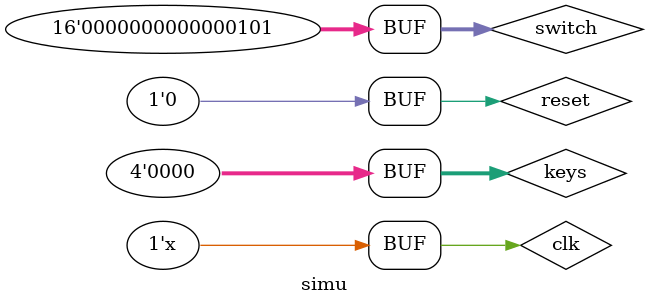
<source format=v>
`timescale 1ns / 1ps

module simu();

    reg          clk;
    reg          reset;
    reg  [15: 0] switch;
    reg  [ 3: 0] keys;
    wire [15: 0] led;
    wire [ 7: 0] ca;
    wire [ 3: 0] an;

    Basys3_Top test
    (
        .clk    ( clk       ),
        .reset  ( reset     ),
        .switch ( switch    ),
        .keys   ( keys      ),
        .led    ( led       ),
        .ca     ( ca        ),
        .an     ( an        )
    );

    initial begin
        clk    = 0;
        reset  = 1;
        switch = 0;
        keys   = 0;

        #20
        reset  = 0;
        switch = 16'd3;
		
		#200
		switch = 16'd5;
    end

    always #5 clk = ~clk;

endmodule

</source>
